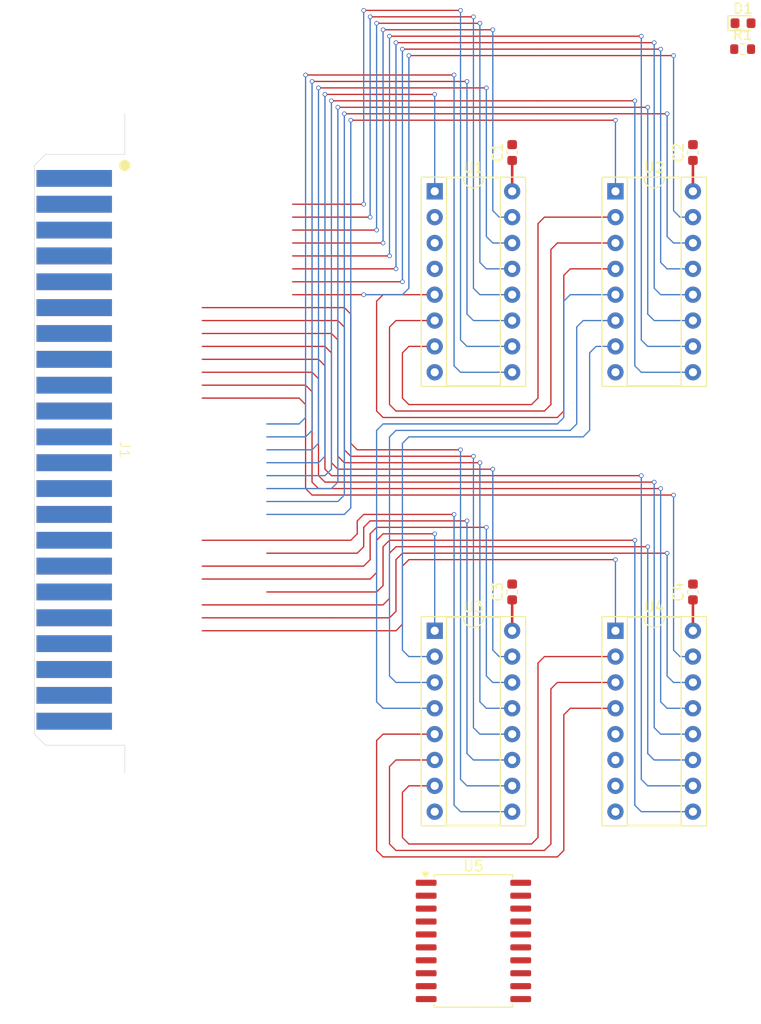
<source format=kicad_pcb>
(kicad_pcb (version 20240108) (generator "pcbnew") (generator_version "8.0")
  (layers (0 "F.Cu" signal) (31 "B.Cu" signal) (34 "B.Paste" user) (35 "F.Paste" user) (36 "B.SilkS" user "B.Silkscreen") (37 "F.SilkS" user "F.Silkscreen") (38 "B.Mask" user) (39 "F.Mask" user) (44 "Edge.Cuts" user))
  (net 0 "")
  (net 1 "Net-(D1-A)")
  (net 2 "/~{Enable}")
  (net 3 "/A7")
  (net 4 "/A10")
  (net 5 "/A12")
  (net 6 "/A9")
  (net 7 "/B2")
  (net 8 "/B4")
  (net 10 "/A6")
  (net 11 "/C0")
  (net 13 "/B12")
  (net 14 "/B11")
  (net 15 "/A3")
  (net 16 "/A4")
  (net 17 "/B6")
  (net 18 "/B15")
  (net 19 "/A2")
  (net 20 "/B0")
  (net 21 "/B14")
  (net 22 "/A8")
  (net 23 "/A1")
  (net 24 "/B3")
  (net 25 "/A0")
  (net 26 "GND")
  (net 27 "/B9")
  (net 28 "/A13")
  (net 30 "/B10")
  (net 31 "/B7")
  (net 34 "/A14")
  (net 36 "/B8")
  (net 37 "/C1")
  (net 38 "/C2")
  (net 39 "+5V")
  (net 40 "/B1")
  (net 41 "/A5")
  (net 42 "/A11")
  (net 43 "/A15")
  (net 44 "/B13")
  (net 45 "/Out_{A<B}")
  (net 46 "/Out_{A=B}")
  (net 47 "/Out_{A>B}")
  (net 48 "Net-(U2-Oa>b)")
  (net 49 "Net-(U2-Oa=b)")
  (net 50 "Net-(U2-Oa<b)")
  (net 51 "/B5")
  (net 52 "Net-(U3-Oa<b)")
  (net 53 "Net-(U3-Oa=b)")
  (net 54 "Net-(U3-Oa>b)")
  (net 55 "Net-(U1-Oa>b)")
  (net 56 "Net-(U1-Oa=b)")
  (net 57 "Net-(U1-Oa<b)")
  (footprint "Package_DIP:DIP-16_W7.62mm_Socket" (layer "F.Cu") (at 73.66 68.58)
    (property "Reference" "U1")
    (property "Value" "74HC85")
  )
  (footprint "Capacitor_SMD:C_0603_1608Metric" (layer "F.Cu") (at 99.06 64.77 90)
    (property "Reference" "C2")
    (property "Value" "C")
  )
  (footprint "Package_DIP:DIP-16_W7.62mm_Socket" (layer "F.Cu") (at 91.44 111.76)
    (property "Reference" "U4")
    (property "Value" "74HC85")
  )
  (footprint "Package_SO:SOIC-20W_7.5x12.8mm_P1.27mm" (layer "F.Cu") (at 77.47 142.24)
    (property "Reference" "U5")
    (property "Value" "74HC245")
  )
  (footprint "Package_DIP:DIP-16_W7.62mm_Socket" (layer "F.Cu") (at 73.66 111.76)
    (property "Reference" "U3")
    (property "Value" "74HC85")
  )
  (footprint "LED_SMD:LED_0603_1608Metric" (layer "F.Cu") (at 103.99 52.06)
    (property "Reference" "D1")
    (property "Value" "Blue")
  )
  (footprint "Package_DIP:DIP-16_W7.62mm_Socket" (layer "F.Cu") (at 91.44 68.58)
    (property "Reference" "U2")
    (property "Value" "74HC85")
  )
  (footprint "Capacitor_SMD:C_0603_1608Metric" (layer "F.Cu") (at 81.28 107.95 90)
    (property "Reference" "C3")
    (property "Value" "C")
  )
  (footprint "Resistor_SMD:R_0603_1608Metric" (layer "F.Cu") (at 103.95 54.61)
    (property "Reference" "R1")
    (property "Value" "4k7")
  )
  (footprint "Capacitor_SMD:C_0603_1608Metric" (layer "F.Cu") (at 81.28 64.77 90)
    (property "Reference" "C1")
    (property "Value" "C")
  )
  (footprint "BoardEdgeConnectors:TE-5530843-4-Edge" (layer "F.Cu") (at 38.1 93.98 -90)
    (property "Reference" "J1")
    (property "Value" "~")
    (fp_line (start -27.94 3.81) (end 27.94 3.81) (stroke (width 0.05)) (layer "Edge.Cuts"))
    (fp_line (start -27.94 3.81) (end -29.0322 2.7178) (stroke (width 0.05)) (layer "Edge.Cuts"))
    (fp_line (start 27.94 3.81) (end 29.0322 2.7178) (stroke (width 0.05)) (layer "Edge.Cuts"))
    (fp_line (start -29.0322 2.7178) (end -29.0322 -5.08) (stroke (width 0.05)) (layer "Edge.Cuts"))
    (fp_line (start -29.0322 -5.08) (end -33.02 -5.08) (stroke (width 0.05)) (layer "Edge.Cuts"))
    (fp_line (start 29.0322 -5.08) (end 29.0322 2.7178) (stroke (width 0.05)) (layer "Edge.Cuts"))
    (fp_line (start 31.75 -5.08) (end 29.0322 -5.08) (stroke (width 0.05)) (layer "Edge.Cuts"))
  )
  (footprint "Capacitor_SMD:C_0603_1608Metric" (layer "F.Cu") (at 99.06 107.95 90)
    (property "Reference" "C4")
    (property "Value" "C")
  )
  (segment (start 66.675 78.74) (end 59.69 78.74) (width 0.127) (layer "F.Cu") (net 3))
  (segment (start 83.82 55.245) (end 97.155 55.245) (width 0.127) (layer "F.Cu") (net 3))
  (segment (start 71.12 55.245) (end 83.82 55.245) (width 0.127) (layer "F.Cu") (net 3))
  (via (at 66.675 78.74) (size 0.45) (drill 0.3) (layers "F.Cu" "B.Cu") (net 3))
  (via (at 97.155 55.245) (size 0.45) (drill 0.3) (layers "F.Cu" "B.Cu") (net 3))
  (via (at 71.12 55.245) (size 0.45) (drill 0.3) (layers "F.Cu" "B.Cu") (net 3))
  (segment (start 97.155 55.245) (end 97.155 70.485) (width 0.127) (layer "B.Cu") (net 3))
  (segment (start 97.79 71.12) (end 99.06 71.12) (width 0.127) (layer "B.Cu") (net 3))
  (segment (start 70.485 78.74) (end 66.675 78.74) (width 0.127) (layer "B.Cu") (net 3))
  (segment (start 71.12 55.245) (end 71.12 78.105) (width 0.127) (layer "B.Cu") (net 3))
  (segment (start 71.12 78.105) (end 70.485 78.74) (width 0.127) (layer "B.Cu") (net 3))
  (segment (start 97.155 70.485) (end 97.79 71.12) (width 0.127) (layer "B.Cu") (net 3))
  (segment (start 63.5 82.55) (end 57.15 82.55) (width 0.127) (layer "F.Cu") (net 4))
  (segment (start 69.85 95.25) (end 64.77 95.25) (width 0.127) (layer "F.Cu") (net 4))
  (segment (start 64.135 83.185) (end 63.5 82.55) (width 0.127) (layer "F.Cu") (net 4))
  (segment (start 57.15 82.55) (end 50.8 82.55) (width 0.127) (layer "F.Cu") (net 4))
  (segment (start 64.77 95.25) (end 64.135 94.615) (width 0.127) (layer "F.Cu") (net 4))
  (segment (start 64.135 94.615) (end 64.135 83.185) (width 0.127) (layer "F.Cu") (net 4))
  (segment (start 69.85 95.25) (end 78.105 95.25) (width 0.127) (layer "F.Cu") (net 4))
  (via (at 78.105 95.25) (size 0.45) (drill 0.3) (layers "F.Cu" "B.Cu") (net 4))
  (segment (start 78.105 95.25) (end 78.105 99.06) (width 0.127) (layer "B.Cu") (net 4))
  (segment (start 81.28 119.38) (end 78.74 119.38) (width 0.127) (layer "B.Cu") (net 4))
  (segment (start 78.105 118.745) (end 78.105 99.06) (width 0.127) (layer "B.Cu") (net 4))
  (segment (start 78.74 119.38) (end 78.105 118.745) (width 0.127) (layer "B.Cu") (net 4))
  (segment (start 62.23 85.09) (end 50.8 85.09) (width 0.127) (layer "F.Cu") (net 5))
  (segment (start 69.85 96.52) (end 85.725 96.52) (width 0.127) (layer "F.Cu") (net 5))
  (segment (start 62.865 95.885) (end 62.865 85.725) (width 0.127) (layer "F.Cu") (net 5))
  (segment (start 62.865 85.725) (end 62.23 85.09) (width 0.127) (layer "F.Cu") (net 5))
  (segment (start 69.85 96.52) (end 63.5 96.52) (width 0.127) (layer "F.Cu") (net 5))
  (segment (start 85.725 96.52) (end 93.98 96.52) (width 0.127) (layer "F.Cu") (net 5))
  (segment (start 63.5 96.52) (end 62.865 95.885) (width 0.127) (layer "F.Cu") (net 5))
  (via (at 93.98 96.52) (size 0.45) (drill 0.3) (layers "F.Cu" "B.Cu") (net 5))
  (segment (start 94.615 127) (end 99.06 127) (width 0.127) (layer "B.Cu") (net 5))
  (segment (start 93.98 96.52) (end 93.98 126.365) (width 0.127) (layer "B.Cu") (net 5))
  (segment (start 93.98 126.365) (end 94.615 127) (width 0.127) (layer "B.Cu") (net 5))
  (segment (start 69.85 94.615) (end 65.405 94.615) (width 0.127) (layer "F.Cu") (net 6))
  (segment (start 65.405 94.615) (end 64.77 93.98) (width 0.127) (layer "F.Cu") (net 6))
  (segment (start 64.135 81.28) (end 59.69 81.28) (width 0.127) (layer "F.Cu") (net 6))
  (segment (start 59.69 81.28) (end 50.8 81.28) (width 0.127) (layer "F.Cu") (net 6))
  (segment (start 64.77 93.98) (end 64.77 81.915) (width 0.127) (layer "F.Cu") (net 6))
  (segment (start 69.85 94.615) (end 77.47 94.615) (width 0.127) (layer "F.Cu") (net 6))
  (segment (start 64.77 81.915) (end 64.135 81.28) (width 0.127) (layer "F.Cu") (net 6))
  (via (at 77.47 94.615) (size 0.45) (drill 0.3) (layers "F.Cu" "B.Cu") (net 6))
  (segment (start 77.47 94.615) (end 77.47 121.285) (width 0.127) (layer "B.Cu") (net 6))
  (segment (start 77.47 121.285) (end 78.105 121.92) (width 0.127) (layer "B.Cu") (net 6))
  (segment (start 78.105 121.92) (end 81.28 121.92) (width 0.127) (layer "B.Cu") (net 6))
  (segment (start 69.215 58.42) (end 62.23 58.42) (width 0.127) (layer "F.Cu") (net 7))
  (segment (start 69.215 58.42) (end 78.74 58.42) (width 0.127) (layer "F.Cu") (net 7))
  (via (at 78.74 58.42) (size 0.45) (drill 0.3) (layers "F.Cu" "B.Cu") (net 7))
  (via (at 62.23 58.42) (size 0.45) (drill 0.3) (layers "F.Cu" "B.Cu") (net 7))
  (segment (start 61.595 93.98) (end 57.15 93.98) (width 0.127) (layer "B.Cu") (net 7))
  (segment (start 79.375 73.66) (end 81.28 73.66) (width 0.127) (layer "B.Cu") (net 7))
  (segment (start 78.74 73.025) (end 79.375 73.66) (width 0.127) (layer "B.Cu") (net 7))
  (segment (start 62.23 93.345) (end 61.595 93.98) (width 0.127) (layer "B.Cu") (net 7))
  (segment (start 62.23 58.42) (end 62.23 93.345) (width 0.127) (layer "B.Cu") (net 7))
  (segment (start 78.74 58.42) (end 78.74 73.025) (width 0.127) (layer "B.Cu") (net 7))
  (segment (start 69.215 59.69) (end 83.82 59.69) (width 0.127) (layer "F.Cu") (net 8))
  (segment (start 69.215 59.69) (end 63.5 59.69) (width 0.127) (layer "F.Cu") (net 8))
  (segment (start 83.82 59.69) (end 93.345 59.69) (width 0.127) (layer "F.Cu") (net 8))
  (via (at 63.5 59.69) (size 0.45) (drill 0.3) (layers "F.Cu" "B.Cu") (net 8))
  (via (at 93.345 59.69) (size 0.45) (drill 0.3) (layers "F.Cu" "B.Cu") (net 8))
  (segment (start 63.5 94.615) (end 63.5 95.885) (width 0.127) (layer "B.Cu") (net 8))
  (segment (start 63.5 95.885) (end 62.865 96.52) (width 0.127) (layer "B.Cu") (net 8))
  (segment (start 63.5 69.85) (end 63.5 65.405) (width 0.127) (layer "B.Cu") (net 8))
  (segment (start 93.345 59.69) (end 93.345 85.725) (width 0.127) (layer "B.Cu") (net 8))
  (segment (start 63.5 59.69) (end 63.5 69.85) (width 0.127) (layer "B.Cu") (net 8))
  (segment (start 62.865 96.52) (end 57.15 96.52) (width 0.127) (layer "B.Cu") (net 8))
  (segment (start 93.98 86.36) (end 99.06 86.36) (width 0.127) (layer "B.Cu") (net 8))
  (segment (start 63.5 65.405) (end 63.5 94.615) (width 0.127) (layer "B.Cu") (net 8))
  (segment (start 93.345 85.725) (end 93.98 86.36) (width 0.127) (layer "B.Cu") (net 8))
  (segment (start 70.485 54.61) (end 83.82 54.61) (width 0.127) (layer "F.Cu") (net 10))
  (segment (start 83.82 54.61) (end 95.885 54.61) (width 0.127) (layer "F.Cu") (net 10))
  (segment (start 70.485 77.47) (end 59.69 77.47) (width 0.127) (layer "F.Cu") (net 10))
  (via (at 70.485 54.61) (size 0.45) (drill 0.3) (layers "F.Cu" "B.Cu") (net 10))
  (via (at 95.885 54.61) (size 0.45) (drill 0.3) (layers "F.Cu" "B.Cu") (net 10))
  (via (at 70.485 77.47) (size 0.45) (drill 0.3) (layers "F.Cu" "B.Cu") (net 10))
  (segment (start 70.485 54.61) (end 70.485 77.47) (width 0.127) (layer "B.Cu") (net 10))
  (segment (start 96.52 76.2) (end 99.06 76.2) (width 0.127) (layer "B.Cu") (net 10))
  (segment (start 95.885 54.61) (end 95.885 75.565) (width 0.127) (layer "B.Cu") (net 10))
  (segment (start 95.885 75.565) (end 96.52 76.2) (width 0.127) (layer "B.Cu") (net 10))
  (segment (start 85.725 102.87) (end 93.345 102.87) (width 0.127) (layer "F.Cu") (net 13))
  (segment (start 67.945 107.95) (end 57.15 107.95) (width 0.127) (layer "F.Cu") (net 13))
  (segment (start 69.215 102.87) (end 68.58 103.505) (width 0.127) (layer "F.Cu") (net 13))
  (segment (start 85.725 102.87) (end 69.215 102.87) (width 0.127) (layer "F.Cu") (net 13))
  (segment (start 68.58 103.505) (end 68.58 107.315) (width 0.127) (layer "F.Cu") (net 13))
  (segment (start 68.58 107.315) (end 67.945 107.95) (width 0.127) (layer "F.Cu") (net 13))
  (via (at 93.345 102.87) (size 0.45) (drill 0.3) (layers "F.Cu" "B.Cu") (net 13))
  (segment (start 93.98 129.54) (end 99.06 129.54) (width 0.127) (layer "B.Cu") (net 13))
  (segment (start 93.345 128.905) (end 93.98 129.54) (width 0.127) (layer "B.Cu") (net 13))
  (segment (start 93.345 102.87) (end 93.345 128.905) (width 0.127) (layer "B.Cu") (net 13))
  (segment (start 63.5 106.68) (end 50.8 106.68) (width 0.127) (layer "F.Cu") (net 14))
  (segment (start 68.58 102.235) (end 67.945 102.87) (width 0.127) (layer "F.Cu") (net 14))
  (segment (start 67.31 106.68) (end 63.5 106.68) (width 0.127) (layer "F.Cu") (net 14))
  (segment (start 73.66 102.235) (end 68.58 102.235) (width 0.127) (layer "F.Cu") (net 14))
  (segment (start 67.945 106.045) (end 67.31 106.68) (width 0.127) (layer "F.Cu") (net 14))
  (segment (start 67.945 102.87) (end 67.945 106.045) (width 0.127) (layer "F.Cu") (net 14))
  (via (at 73.66 102.235) (size 0.45) (drill 0.3) (layers "F.Cu" "B.Cu") (net 14))
  (segment (start 73.66 111.76) (end 73.66 102.235) (width 0.127) (layer "B.Cu") (net 14))
  (segment (start 69.215 52.705) (end 68.58 52.705) (width 0.127) (layer "F.Cu") (net 15))
  (segment (start 69.215 52.705) (end 79.375 52.705) (width 0.127) (layer "F.Cu") (net 15))
  (segment (start 68.58 73.66) (end 59.69 73.66) (width 0.127) (layer "F.Cu") (net 15))
  (via (at 68.58 52.705) (size 0.45) (drill 0.3) (layers "F.Cu" "B.Cu") (net 15))
  (via (at 79.375 52.705) (size 0.45) (drill 0.3) (layers "F.Cu" "B.Cu") (net 15))
  (via (at 68.58 73.66) (size 0.45) (drill 0.3) (layers "F.Cu" "B.Cu") (net 15))
  (segment (start 79.375 70.485) (end 80.01 71.12) (width 0.127) (layer "B.Cu") (net 15))
  (segment (start 80.01 71.12) (end 81.28 71.12) (width 0.127) (layer "B.Cu") (net 15))
  (segment (start 68.58 52.705) (end 68.58 73.66) (width 0.127) (layer "B.Cu") (net 15))
  (segment (start 79.375 52.705) (end 79.375 70.485) (width 0.127) (layer "B.Cu") (net 15))
  (segment (start 69.215 53.34) (end 83.82 53.34) (width 0.127) (layer "F.Cu") (net 16))
  (segment (start 83.82 53.34) (end 93.98 53.34) (width 0.127) (layer "F.Cu") (net 16))
  (segment (start 69.215 74.93) (end 59.69 74.93) (width 0.127) (layer "F.Cu") (net 16))
  (via (at 69.215 74.93) (size 0.45) (drill 0.3) (layers "F.Cu" "B.Cu") (net 16))
  (via (at 93.98 53.34) (size 0.45) (drill 0.3) (layers "F.Cu" "B.Cu") (net 16))
  (via (at 69.215 53.34) (size 0.45) (drill 0.3) (layers "F.Cu" "B.Cu") (net 16))
  (segment (start 69.215 53.34) (end 69.215 74.93) (width 0.127) (layer "B.Cu") (net 16))
  (segment (start 93.98 83.185) (end 94.615 83.82) (width 0.127) (layer "B.Cu") (net 16))
  (segment (start 94.615 83.82) (end 99.06 83.82) (width 0.127) (layer "B.Cu") (net 16))
  (segment (start 93.98 53.34) (end 93.98 83.185) (width 0.127) (layer "B.Cu") (net 16))
  (segment (start 83.82 60.96) (end 96.52 60.96) (width 0.127) (layer "F.Cu") (net 17))
  (segment (start 69.215 60.96) (end 64.77 60.96) (width 0.127) (layer "F.Cu") (net 17))
  (segment (start 69.215 60.96) (end 83.82 60.96) (width 0.127) (layer "F.Cu") (net 17))
  (via (at 64.77 60.96) (size 0.45) (drill 0.3) (layers "F.Cu" "B.Cu") (net 17))
  (via (at 96.52 60.96) (size 0.45) (drill 0.3) (layers "F.Cu" "B.Cu") (net 17))
  (segment (start 64.77 60.96) (end 64.77 64.77) (width 0.127) (layer "B.Cu") (net 17))
  (segment (start 96.52 60.96) (end 96.52 73.025) (width 0.127) (layer "B.Cu") (net 17))
  (segment (start 96.52 73.025) (end 97.155 73.66) (width 0.127) (layer "B.Cu") (net 17))
  (segment (start 64.77 64.77) (end 64.77 95.25) (width 0.127) (layer "B.Cu") (net 17))
  (segment (start 64.77 95.25) (end 64.77 98.425) (width 0.127) (layer "B.Cu") (net 17))
  (segment (start 64.77 98.425) (end 64.135 99.06) (width 0.127) (layer "B.Cu") (net 17))
  (segment (start 64.135 99.06) (end 57.15 99.06) (width 0.127) (layer "B.Cu") (net 17))
  (segment (start 97.155 73.66) (end 99.06 73.66) (width 0.127) (layer "B.Cu") (net 17))
  (segment (start 91.44 104.775) (end 71.12 104.775) (width 0.127) (layer "F.Cu") (net 18))
  (segment (start 70.485 105.41) (end 70.485 111.125) (width 0.127) (layer "F.Cu") (net 18))
  (segment (start 71.12 104.775) (end 70.485 105.41) (width 0.127) (layer "F.Cu") (net 18))
  (segment (start 69.85 111.76) (end 50.8 111.76) (width 0.127) (layer "F.Cu") (net 18))
  (segment (start 70.485 111.125) (end 69.85 111.76) (width 0.127) (layer "F.Cu") (net 18))
  (via (at 91.44 104.775) (size 0.45) (drill 0.3) (layers "F.Cu" "B.Cu") (net 18))
  (segment (start 91.44 111.76) (end 91.44 104.775) (width 0.127) (layer "B.Cu") (net 18))
  (segment (start 69.215 52.07) (end 67.945 52.07) (width 0.127) (layer "F.Cu") (net 19))
  (segment (start 69.215 52.07) (end 78.105 52.07) (width 0.127) (layer "F.Cu") (net 19))
  (segment (start 67.945 72.39) (end 59.69 72.39) (width 0.127) (layer "F.Cu") (net 19))
  (via (at 67.945 72.39) (size 0.45) (drill 0.3) (layers "F.Cu" "B.Cu") (net 19))
  (via (at 67.945 52.07) (size 0.45) (drill 0.3) (layers "F.Cu" "B.Cu") (net 19))
  (via (at 78.105 52.07) (size 0.45) (drill 0.3) (layers "F.Cu" "B.Cu") (net 19))
  (segment (start 78.105 75.565) (end 78.74 76.2) (width 0.127) (layer "B.Cu") (net 19))
  (segment (start 78.105 52.07) (end 78.105 75.565) (width 0.127) (layer "B.Cu") (net 19))
  (segment (start 78.74 76.2) (end 81.28 76.2) (width 0.127) (layer "B.Cu") (net 19))
  (segment (start 67.945 52.07) (end 67.945 72.39) (width 0.127) (layer "B.Cu") (net 19))
  (segment (start 69.215 57.15) (end 60.96 57.15) (width 0.127) (layer "F.Cu") (net 20))
  (segment (start 69.215 57.15) (end 75.565 57.15) (width 0.127) (layer "F.Cu") (net 20))
  (via (at 75.565 57.15) (size 0.45) (drill 0.3) (layers "F.Cu" "B.Cu") (net 20))
  (via (at 60.96 57.15) (size 0.45) (drill 0.3) (layers "F.Cu" "B.Cu") (net 20))
  (segment (start 75.565 85.725) (end 76.2 86.36) (width 0.127) (layer "B.Cu") (net 20))
  (segment (start 60.96 90.805) (end 60.325 91.44) (width 0.127) (layer "B.Cu") (net 20))
  (segment (start 60.96 57.15) (end 60.96 90.805) (width 0.127) (layer "B.Cu") (net 20))
  (segment (start 75.565 57.15) (end 75.565 85.725) (width 0.127) (layer "B.Cu") (net 20))
  (segment (start 76.2 86.36) (end 81.28 86.36) (width 0.127) (layer "B.Cu") (net 20))
  (segment (start 60.325 91.44) (end 57.15 91.44) (width 0.127) (layer "B.Cu") (net 20))
  (segment (start 70.485 104.14) (end 69.85 104.775) (width 0.127) (layer "F.Cu") (net 21))
  (segment (start 63.5 110.49) (end 50.8 110.49) (width 0.127) (layer "F.Cu") (net 21))
  (segment (start 69.85 104.775) (end 69.85 109.855) (width 0.127) (layer "F.Cu") (net 21))
  (segment (start 69.85 109.855) (end 69.215 110.49) (width 0.127) (layer "F.Cu") (net 21))
  (segment (start 96.52 104.14) (end 83.185 104.14) (width 0.127) (layer "F.Cu") (net 21))
  (segment (start 69.215 110.49) (end 63.5 110.49) (width 0.127) (layer "F.Cu") (net 21))
  (segment (start 83.185 104.14) (end 70.485 104.14) (width 0.127) (layer "F.Cu") (net 21))
  (via (at 96.52 104.14) (size 0.45) (drill 0.3) (layers "F.Cu" "B.Cu") (net 21))
  (segment (start 97.155 116.84) (end 99.06 116.84) (width 0.127) (layer "B.Cu") (net 21))
  (segment (start 96.52 104.14) (end 96.52 116.205) (width 0.127) (layer "B.Cu") (net 21))
  (segment (start 96.52 116.205) (end 97.155 116.84) (width 0.127) (layer "B.Cu") (net 21))
  (segment (start 69.85 93.98) (end 76.2 93.98) (width 0.127) (layer "F.Cu") (net 22))
  (segment (start 66.04 93.98) (end 65.405 93.345) (width 0.127) (layer "F.Cu") (net 22))
  (segment (start 64.77 80.01) (end 57.15 80.01) (width 0.127) (layer "F.Cu") (net 22))
  (segment (start 65.405 93.345) (end 65.405 80.645) (width 0.127) (layer "F.Cu") (net 22))
  (segment (start 57.15 80.01) (end 50.8 80.01) (width 0.127) (layer "F.Cu") (net 22))
  (segment (start 69.85 93.98) (end 66.04 93.98) (width 0.127) (layer "F.Cu") (net 22))
  (segment (start 65.405 80.645) (end 64.77 80.01) (width 0.127) (layer "F.Cu") (net 22))
  (via (at 76.2 93.98) (size 0.45) (drill 0.3) (layers "F.Cu" "B.Cu") (net 22))
  (segment (start 76.2 126.365) (end 76.835 127) (width 0.127) (layer "B.Cu") (net 22))
  (segment (start 76.2 93.98) (end 76.2 126.365) (width 0.127) (layer "B.Cu") (net 22))
  (segment (start 76.835 127) (end 81.28 127) (width 0.127) (layer "B.Cu") (net 22))
  (segment (start 69.215 51.435) (end 77.47 51.435) (width 0.127) (layer "F.Cu") (net 23))
  (segment (start 69.215 51.435) (end 67.31 51.435) (width 0.127) (layer "F.Cu") (net 23))
  (segment (start 67.31 71.12) (end 59.69 71.12) (width 0.127) (layer "F.Cu") (net 23))
  (via (at 67.31 51.435) (size 0.45) (drill 0.3) (layers "F.Cu" "B.Cu") (net 23))
  (via (at 67.31 71.12) (size 0.45) (drill 0.3) (layers "F.Cu" "B.Cu") (net 23))
  (via (at 77.47 51.435) (size 0.45) (drill 0.3) (layers "F.Cu" "B.Cu") (net 23))
  (segment (start 77.47 51.435) (end 77.47 78.105) (width 0.127) (layer "B.Cu") (net 23))
  (segment (start 78.105 78.74) (end 81.28 78.74) (width 0.127) (layer "B.Cu") (net 23))
  (segment (start 77.47 78.105) (end 78.105 78.74) (width 0.127) (layer "B.Cu") (net 23))
  (segment (start 67.31 51.435) (end 67.31 71.12) (width 0.127) (layer "B.Cu") (net 23))
  (segment (start 69.215 59.055) (end 62.865 59.055) (width 0.127) (layer "F.Cu") (net 24))
  (segment (start 69.215 59.055) (end 73.66 59.055) (width 0.127) (layer "F.Cu") (net 24))
  (via (at 62.865 59.055) (size 0.45) (drill 0.3) (layers "F.Cu" "B.Cu") (net 24))
  (via (at 73.66 59.055) (size 0.45) (drill 0.3) (layers "F.Cu" "B.Cu") (net 24))
  (segment (start 62.865 92.075) (end 62.865 94.615) (width 0.127) (layer "B.Cu") (net 24))
  (segment (start 62.865 94.615) (end 62.23 95.25) (width 0.127) (layer "B.Cu") (net 24))
  (segment (start 73.66 68.58) (end 73.66 62.23) (width 0.127) (layer "B.Cu") (net 24))
  (segment (start 62.23 95.25) (end 57.15 95.25) (width 0.127) (layer "B.Cu") (net 24))
  (segment (start 73.66 62.23) (end 73.66 59.055) (width 0.127) (layer "B.Cu") (net 24))
  (segment (start 62.865 69.215) (end 62.865 92.075) (width 0.127) (layer "B.Cu") (net 24))
  (segment (start 62.865 59.055) (end 62.865 69.215) (width 0.127) (layer "B.Cu") (net 24))
  (segment (start 69.215 50.8) (end 66.675 50.8) (width 0.127) (layer "F.Cu") (net 25))
  (segment (start 69.215 50.8) (end 76.2 50.8) (width 0.127) (layer "F.Cu") (net 25))
  (segment (start 66.675 69.85) (end 59.69 69.85) (width 0.127) (layer "F.Cu") (net 25))
  (via (at 66.675 69.85) (size 0.45) (drill 0.3) (layers "F.Cu" "B.Cu") (net 25))
  (via (at 66.675 50.8) (size 0.45) (drill 0.3) (layers "F.Cu" "B.Cu") (net 25))
  (via (at 76.2 50.8) (size 0.45) (drill 0.3) (layers "F.Cu" "B.Cu") (net 25))
  (segment (start 76.2 83.185) (end 76.835 83.82) (width 0.127) (layer "B.Cu") (net 25))
  (segment (start 66.675 50.8) (end 66.675 69.85) (width 0.127) (layer "B.Cu") (net 25))
  (segment (start 76.2 50.8) (end 76.2 83.185) (width 0.127) (layer "B.Cu") (net 25))
  (segment (start 76.835 83.82) (end 81.28 83.82) (width 0.127) (layer "B.Cu") (net 25))
  (segment (start 67.31 100.965) (end 66.675 101.6) (width 0.127) (layer "F.Cu") (net 27))
  (segment (start 66.675 103.505) (end 66.04 104.14) (width 0.127) (layer "F.Cu") (net 27))
  (segment (start 66.04 104.14) (end 57.15 104.14) (width 0.127) (layer "F.Cu") (net 27))
  (segment (start 66.675 101.6) (end 66.675 103.505) (width 0.127) (layer "F.Cu") (net 27))
  (segment (start 76.835 100.965) (end 67.31 100.965) (width 0.127) (layer "F.Cu") (net 27))
  (via (at 76.835 100.965) (size 0.45) (drill 0.3) (layers "F.Cu" "B.Cu") (net 27))
  (segment (start 76.835 100.965) (end 76.835 123.825) (width 0.127) (layer "B.Cu") (net 27))
  (segment (start 77.47 124.46) (end 81.28 124.46) (width 0.127) (layer "B.Cu") (net 27))
  (segment (start 76.835 123.825) (end 77.47 124.46) (width 0.127) (layer "B.Cu") (net 27))
  (segment (start 57.15 86.36) (end 50.8 86.36) (width 0.127) (layer "F.Cu") (net 28))
  (segment (start 85.725 97.155) (end 95.25 97.155) (width 0.127) (layer "F.Cu") (net 28))
  (segment (start 62.865 97.155) (end 62.23 96.52) (width 0.127) (layer "F.Cu") (net 28))
  (segment (start 62.23 86.995) (end 61.595 86.36) (width 0.127) (layer "F.Cu") (net 28))
  (segment (start 61.595 86.36) (end 57.15 86.36) (width 0.127) (layer "F.Cu") (net 28))
  (segment (start 62.23 96.52) (end 62.23 86.995) (width 0.127) (layer "F.Cu") (net 28))
  (segment (start 69.85 97.155) (end 85.725 97.155) (width 0.127) (layer "F.Cu") (net 28))
  (segment (start 69.85 97.155) (end 62.865 97.155) (width 0.127) (layer "F.Cu") (net 28))
  (via (at 95.25 97.155) (size 0.45) (drill 0.3) (layers "F.Cu" "B.Cu") (net 28))
  (segment (start 95.25 121.285) (end 95.885 121.92) (width 0.127) (layer "B.Cu") (net 28))
  (segment (start 95.25 97.155) (end 95.25 121.285) (width 0.127) (layer "B.Cu") (net 28))
  (segment (start 95.885 121.92) (end 99.06 121.92) (width 0.127) (layer "B.Cu") (net 28))
  (segment (start 63.5 105.41) (end 50.8 105.41) (width 0.127) (layer "F.Cu") (net 30))
  (segment (start 67.31 104.775) (end 66.675 105.41) (width 0.127) (layer "F.Cu") (net 30))
  (segment (start 67.31 102.235) (end 67.31 104.775) (width 0.127) (layer "F.Cu") (net 30))
  (segment (start 67.945 101.6) (end 67.31 102.235) (width 0.127) (layer "F.Cu") (net 30))
  (segment (start 78.74 101.6) (end 67.945 101.6) (width 0.127) (layer "F.Cu") (net 30))
  (segment (start 66.675 105.41) (end 63.5 105.41) (width 0.127) (layer "F.Cu") (net 30))
  (via (at 78.74 101.6) (size 0.45) (drill 0.3) (layers "F.Cu" "B.Cu") (net 30))
  (segment (start 79.375 116.84) (end 78.74 116.205) (width 0.127) (layer "B.Cu") (net 30))
  (segment (start 81.28 116.84) (end 79.375 116.84) (width 0.127) (layer "B.Cu") (net 30))
  (segment (start 78.74 116.205) (end 78.74 101.6) (width 0.127) (layer "B.Cu") (net 30))
  (segment (start 69.215 61.595) (end 65.405 61.595) (width 0.127) (layer "F.Cu") (net 31))
  (segment (start 83.82 61.595) (end 91.44 61.595) (width 0.127) (layer "F.Cu") (net 31))
  (segment (start 69.215 61.595) (end 83.82 61.595) (width 0.127) (layer "F.Cu") (net 31))
  (via (at 91.44 61.595) (size 0.45) (drill 0.3) (layers "F.Cu" "B.Cu") (net 31))
  (via (at 65.405 61.595) (size 0.45) (drill 0.3) (layers "F.Cu" "B.Cu") (net 31))
  (segment (start 65.405 99.695) (end 64.77 100.33) (width 0.127) (layer "B.Cu") (net 31))
  (segment (start 91.44 61.595) (end 91.44 62.865) (width 0.127) (layer "B.Cu") (net 31))
  (segment (start 64.77 100.33) (end 57.15 100.33) (width 0.127) (layer "B.Cu") (net 31))
  (segment (start 65.405 61.595) (end 65.405 99.695) (width 0.127) (layer "B.Cu") (net 31))
  (segment (start 91.44 68.58) (end 91.44 62.865) (width 0.127) (layer "B.Cu") (net 31))
  (segment (start 85.725 97.79) (end 95.885 97.79) (width 0.127) (layer "F.Cu") (net 34))
  (segment (start 61.595 97.155) (end 61.595 88.265) (width 0.127) (layer "F.Cu") (net 34))
  (segment (start 60.96 87.63) (end 50.8 87.63) (width 0.127) (layer "F.Cu") (net 34))
  (segment (start 69.85 97.79) (end 62.23 97.79) (width 0.127) (layer "F.Cu") (net 34))
  (segment (start 69.85 97.79) (end 85.725 97.79) (width 0.127) (layer "F.Cu") (net 34))
  (segment (start 61.595 88.265) (end 60.96 87.63) (width 0.127) (layer "F.Cu") (net 34))
  (segment (start 62.23 97.79) (end 61.595 97.155) (width 0.127) (layer "F.Cu") (net 34))
  (via (at 95.885 97.79) (size 0.45) (drill 0.3) (layers "F.Cu" "B.Cu") (net 34))
  (segment (start 96.52 119.38) (end 95.885 118.745) (width 0.127) (layer "B.Cu") (net 34))
  (segment (start 95.885 118.745) (end 95.885 99.695) (width 0.127) (layer "B.Cu") (net 34))
  (segment (start 99.06 119.38) (end 96.52 119.38) (width 0.127) (layer "B.Cu") (net 34))
  (segment (start 95.885 97.79) (end 95.885 99.695) (width 0.127) (layer "B.Cu") (net 34))
  (segment (start 65.405 102.87) (end 50.8 102.87) (width 0.127) (layer "F.Cu") (net 36))
  (segment (start 66.04 102.235) (end 65.405 102.87) (width 0.127) (layer "F.Cu") (net 36))
  (segment (start 66.04 100.965) (end 66.04 102.235) (width 0.127) (layer "F.Cu") (net 36))
  (segment (start 66.675 100.33) (end 66.04 100.965) (width 0.127) (layer "F.Cu") (net 36))
  (segment (start 75.565 100.33) (end 66.675 100.33) (width 0.127) (layer "F.Cu") (net 36))
  (via (at 75.565 100.33) (size 0.45) (drill 0.3) (layers "F.Cu" "B.Cu") (net 36))
  (segment (start 76.2 129.54) (end 81.28 129.54) (width 0.127) (layer "B.Cu") (net 36))
  (segment (start 75.565 100.33) (end 75.565 128.905) (width 0.127) (layer "B.Cu") (net 36))
  (segment (start 75.565 128.905) (end 76.2 129.54) (width 0.127) (layer "B.Cu") (net 36))
  (segment (start 81.28 68.58) (end 81.28 65.545) (width 0.254) (layer "F.Cu") (net 39))
  (segment (start 99.06 111.76) (end 99.06 108.725) (width 0.254) (layer "F.Cu") (net 39))
  (segment (start 99.06 68.58) (end 99.06 65.545) (width 0.254) (layer "F.Cu") (net 39))
  (segment (start 81.28 111.76) (end 81.28 108.725) (width 0.254) (layer "F.Cu") (net 39))
  (segment (start 69.215 57.785) (end 61.595 57.785) (width 0.127) (layer "F.Cu") (net 40))
  (segment (start 69.215 57.785) (end 76.835 57.785) (width 0.127) (layer "F.Cu") (net 40))
  (via (at 76.835 57.785) (size 0.45) (drill 0.3) (layers "F.Cu" "B.Cu") (net 40))
  (via (at 61.595 57.785) (size 0.45) (drill 0.3) (layers "F.Cu" "B.Cu") (net 40))
  (segment (start 76.835 57.785) (end 76.835 80.645) (width 0.127) (layer "B.Cu") (net 40))
  (segment (start 61.595 57.785) (end 61.595 70.485) (width 0.127) (layer "B.Cu") (net 40))
  (segment (start 60.96 92.71) (end 57.15 92.71) (width 0.127) (layer "B.Cu") (net 40))
  (segment (start 61.595 92.075) (end 60.96 92.71) (width 0.127) (layer "B.Cu") (net 40))
  (segment (start 61.595 70.485) (end 61.595 90.805) (width 0.127) (layer "B.Cu") (net 40))
  (segment (start 61.595 90.805) (end 61.595 92.075) (width 0.127) (layer "B.Cu") (net 40))
  (segment (start 76.835 80.645) (end 77.47 81.28) (width 0.127) (layer "B.Cu") (net 40))
  (segment (start 77.47 81.28) (end 81.28 81.28) (width 0.127) (layer "B.Cu") (net 40))
  (segment (start 83.82 53.975) (end 95.25 53.975) (width 0.127) (layer "F.Cu") (net 41))
  (segment (start 69.85 76.2) (end 59.69 76.2) (width 0.127) (layer "F.Cu") (net 41))
  (segment (start 69.85 53.975) (end 83.82 53.975) (width 0.127) (layer "F.Cu") (net 41))
  (via (at 69.85 76.2) (size 0.45) (drill 0.3) (layers "F.Cu" "B.Cu") (net 41))
  (via (at 69.85 53.975) (size 0.45) (drill 0.3) (layers "F.Cu" "B.Cu") (net 41))
  (via (at 95.25 53.975) (size 0.45) (drill 0.3) (layers "F.Cu" "B.Cu") (net 41))
  (segment (start 95.25 53.975) (end 95.25 78.105) (width 0.127) (layer "B.Cu") (net 41))
  (segment (start 69.85 53.975) (end 69.85 76.2) (width 0.127) (layer "B.Cu") (net 41))
  (segment (start 95.25 78.105) (end 95.885 78.74) (width 0.127) (layer "B.Cu") (net 41))
  (segment (start 95.885 78.74) (end 99.06 78.74) (width 0.127) (layer "B.Cu") (net 41))
  (segment (start 63.5 84.455) (end 62.865 83.82) (width 0.127) (layer "F.Cu") (net 42))
  (segment (start 69.85 95.885) (end 64.135 95.885) (width 0.127) (layer "F.Cu") (net 42))
  (segment (start 63.5 95.25) (end 63.5 84.455) (width 0.127) (layer "F.Cu") (net 42))
  (segment (start 62.865 83.82) (end 57.15 83.82) (width 0.127) (layer "F.Cu") (net 42))
  (segment (start 64.135 95.885) (end 63.5 95.25) (width 0.127) (layer "F.Cu") (net 42))
  (segment (start 69.85 95.885) (end 79.375 95.885) (width 0.127) (layer "F.Cu") (net 42))
  (segment (start 57.15 83.82) (end 50.8 83.82) (width 0.127) (layer "F.Cu") (net 42))
  (via (at 79.375 95.885) (size 0.45) (drill 0.3) (layers "F.Cu" "B.Cu") (net 42))
  (segment (start 79.375 113.665) (end 79.375 95.885) (width 0.127) (layer "B.Cu") (net 42))
  (segment (start 80.01 114.3) (end 79.375 113.665) (width 0.127) (layer "B.Cu") (net 42))
  (segment (start 81.28 114.3) (end 80.01 114.3) (width 0.127) (layer "B.Cu") (net 42))
  (segment (start 60.96 89.535) (end 60.325 88.9) (width 0.127) (layer "F.Cu") (net 43))
  (segment (start 69.85 98.425) (end 61.595 98.425) (width 0.127) (layer "F.Cu") (net 43))
  (segment (start 69.85 98.425) (end 85.725 98.425) (width 0.127) (layer "F.Cu") (net 43))
  (segment (start 85.725 98.425) (end 97.155 98.425) (width 0.127) (layer "F.Cu") (net 43))
  (segment (start 57.15 88.9) (end 50.8 88.9) (width 0.127) (layer "F.Cu") (net 43))
  (segment (start 60.325 88.9) (end 57.15 88.9) (width 0.127) (layer "F.Cu") (net 43))
  (segment (start 60.96 97.79) (end 60.96 89.535) (width 0.127) (layer "F.Cu") (net 43))
  (segment (start 61.595 98.425) (end 60.96 97.79) (width 0.127) (layer "F.Cu") (net 43))
  (via (at 97.155 98.425) (size 0.45) (drill 0.3) (layers "F.Cu" "B.Cu") (net 43))
  (segment (start 97.155 113.665) (end 97.79 114.3) (width 0.127) (layer "B.Cu") (net 43))
  (segment (start 97.79 114.3) (end 99.06 114.3) (width 0.127) (layer "B.Cu") (net 43))
  (segment (start 97.155 98.425) (end 97.155 113.665) (width 0.127) (layer "B.Cu") (net 43))
  (segment (start 85.725 103.505) (end 69.85 103.505) (width 0.127) (layer "F.Cu") (net 44))
  (segment (start 69.215 104.14) (end 69.215 108.585) (width 0.127) (layer "F.Cu") (net 44))
  (segment (start 85.725 103.505) (end 94.615 103.505) (width 0.127) (layer "F.Cu") (net 44))
  (segment (start 57.15 109.22) (end 50.8 109.22) (width 0.127) (layer "F.Cu") (net 44))
  (segment (start 68.58 109.22) (end 57.15 109.22) (width 0.127) (layer "F.Cu") (net 44))
  (segment (start 69.85 103.505) (end 69.215 104.14) (width 0.127) (layer "F.Cu") (net 44))
  (segment (start 69.215 108.585) (end 68.58 109.22) (width 0.127) (layer "F.Cu") (net 44))
  (via (at 94.615 103.505) (size 0.45) (drill 0.3) (layers "F.Cu" "B.Cu") (net 44))
  (segment (start 95.25 124.46) (end 99.06 124.46) (width 0.127) (layer "B.Cu") (net 44))
  (segment (start 94.615 103.505) (end 94.615 123.825) (width 0.127) (layer "B.Cu") (net 44))
  (segment (start 94.615 123.825) (end 95.25 124.46) (width 0.127) (layer "B.Cu") (net 44))
  (segment (start 68.58 91.44) (end 67.945 92.075) (width 0.127) (layer "B.Cu") (net 48))
  (segment (start 67.945 118.745) (end 68.58 119.38) (width 0.127) (layer "B.Cu") (net 48))
  (segment (start 85.725 91.44) (end 68.58 91.44) (width 0.127) (layer "B.Cu") (net 48))
  (segment (start 86.36 79.375) (end 86.36 90.805) (width 0.127) (layer "B.Cu") (net 48))
  (segment (start 68.58 119.38) (end 73.66 119.38) (width 0.127) (layer "B.Cu") (net 48))
  (segment (start 86.36 90.805) (end 85.725 91.44) (width 0.127) (layer "B.Cu") (net 48))
  (segment (start 67.945 92.075) (end 67.945 118.745) (width 0.127) (layer "B.Cu") (net 48))
  (segment (start 91.44 78.74) (end 86.995 78.74) (width 0.127) (layer "B.Cu") (net 48))
  (segment (start 86.995 78.74) (end 86.36 79.375) (width 0.127) (layer "B.Cu") (net 48))
  (segment (start 69.215 92.71) (end 69.85 92.075) (width 0.127) (layer "B.Cu") (net 49))
  (segment (start 69.215 116.205) (end 69.215 92.71) (width 0.127) (layer "B.Cu") (net 49))
  (segment (start 88.265 81.28) (end 91.44 81.28) (width 0.127) (layer "B.Cu") (net 49))
  (segment (start 69.85 116.84) (end 69.215 116.205) (width 0.127) (layer "B.Cu") (net 49))
  (segment (start 69.85 92.075) (end 86.995 92.075) (width 0.127) (layer "B.Cu") (net 49))
  (segment (start 73.66 116.84) (end 69.85 116.84) (width 0.127) (layer "B.Cu") (net 49))
  (segment (start 87.63 91.44) (end 87.63 81.915) (width 0.127) (layer "B.Cu") (net 49))
  (segment (start 87.63 81.915) (end 88.265 81.28) (width 0.127) (layer "B.Cu") (net 49))
  (segment (start 86.995 92.075) (end 87.63 91.44) (width 0.127) (layer "B.Cu") (net 49))
  (segment (start 71.12 114.3) (end 70.485 113.665) (width 0.127) (layer "B.Cu") (net 50))
  (segment (start 88.9 92.075) (end 88.9 84.455) (width 0.127) (layer "B.Cu") (net 50))
  (segment (start 71.12 92.71) (end 88.265 92.71) (width 0.127) (layer "B.Cu") (net 50))
  (segment (start 70.485 93.345) (end 71.12 92.71) (width 0.127) (layer "B.Cu") (net 50))
  (segment (start 88.265 92.71) (end 88.9 92.075) (width 0.127) (layer "B.Cu") (net 50))
  (segment (start 88.9 84.455) (end 89.535 83.82) (width 0.127) (layer "B.Cu") (net 50))
  (segment (start 73.66 114.3) (end 71.12 114.3) (width 0.127) (layer "B.Cu") (net 50))
  (segment (start 89.535 83.82) (end 91.44 83.82) (width 0.127) (layer "B.Cu") (net 50))
  (segment (start 70.485 113.665) (end 70.485 93.345) (width 0.127) (layer "B.Cu") (net 50))
  (segment (start 69.215 60.325) (end 83.82 60.325) (width 0.127) (layer "F.Cu") (net 51))
  (segment (start 83.82 60.325) (end 94.615 60.325) (width 0.127) (layer "F.Cu") (net 51))
  (segment (start 69.215 60.325) (end 64.135 60.325) (width 0.127) (layer "F.Cu") (net 51))
  (via (at 94.615 60.325) (size 0.45) (drill 0.3) (layers "F.Cu" "B.Cu") (net 51))
  (via (at 64.135 60.325) (size 0.45) (drill 0.3) (layers "F.Cu" "B.Cu") (net 51))
  (segment (start 94.615 60.325) (end 94.615 80.645) (width 0.127) (layer "B.Cu") (net 51))
  (segment (start 63.5 97.79) (end 57.15 97.79) (width 0.127) (layer "B.Cu") (net 51))
  (segment (start 94.615 80.645) (end 95.25 81.28) (width 0.127) (layer "B.Cu") (net 51))
  (segment (start 64.135 97.155) (end 63.5 97.79) (width 0.127) (layer "B.Cu") (net 51))
  (segment (start 95.25 81.28) (end 99.06 81.28) (width 0.127) (layer "B.Cu") (net 51))
  (segment (start 64.135 60.325) (end 64.135 90.17) (width 0.127) (layer "B.Cu") (net 51))
  (segment (start 64.135 90.17) (end 64.135 93.98) (width 0.127) (layer "B.Cu") (net 51))
  (segment (start 64.135 93.98) (end 64.135 97.155) (width 0.127) (layer "B.Cu") (net 51))
  (segment (start 83.185 132.715) (end 71.12 132.715) (width 0.127) (layer "F.Cu") (net 52))
  (segment (start 71.12 132.715) (end 70.485 132.08) (width 0.127) (layer "F.Cu") (net 52))
  (segment (start 83.82 132.08) (end 83.185 132.715) (width 0.127) (layer "F.Cu") (net 52))
  (segment (start 70.485 127.635) (end 71.12 127) (width 0.127) (layer "F.Cu") (net 52))
  (segment (start 71.12 127) (end 73.66 127) (width 0.127) (layer "F.Cu") (net 52))
  (segment (start 83.82 114.935) (end 83.82 132.08) (width 0.127) (layer "F.Cu") (net 52))
  (segment (start 70.485 132.08) (end 70.485 127.635) (width 0.127) (layer "F.Cu") (net 52))
  (segment (start 91.44 114.3) (end 84.455 114.3) (width 0.127) (layer "F.Cu") (net 52))
  (segment (start 84.455 114.3) (end 83.82 114.935) (width 0.127) (layer "F.Cu") (net 52))
  (segment (start 85.09 132.715) (end 84.455 133.35) (width 0.127) (layer "F.Cu") (net 53))
  (segment (start 69.85 124.46) (end 73.66 124.46) (width 0.127) (layer "F.Cu") (net 53))
  (segment (start 84.455 133.35) (end 69.85 133.35) (width 0.127) (layer "F.Cu") (net 53))
  (segment (start 69.85 133.35) (end 69.215 132.715) (width 0.127) (layer "F.Cu") (net 53))
  (segment (start 69.215 125.095) (end 69.85 124.46) (width 0.127) (layer "F.Cu") (net 53))
  (segment (start 85.09 117.475) (end 85.09 132.715) (width 0.127) (layer "F.Cu") (net 53))
  (segment (start 91.44 116.84) (end 85.725 116.84) (width 0.127) (layer "F.Cu") (net 53))
  (segment (start 85.725 116.84) (end 85.09 117.475) (width 0.127) (layer "F.Cu") (net 53))
  (segment (start 69.215 132.715) (end 69.215 125.095) (width 0.127) (layer "F.Cu") (net 53))
  (segment (start 86.995 119.38) (end 86.36 120.015) (width 0.127) (layer "F.Cu") (net 54))
  (segment (start 67.945 122.555) (end 68.58 121.92) (width 0.127) (layer "F.Cu") (net 54))
  (segment (start 91.44 119.38) (end 86.995 119.38) (width 0.127) (layer "F.Cu") (net 54))
  (segment (start 86.36 120.015) (end 86.36 133.35) (width 0.127) (layer "F.Cu") (net 54))
  (segment (start 85.725 133.985) (end 68.58 133.985) (width 0.127) (layer "F.Cu") (net 54))
  (segment (start 68.58 121.92) (end 73.66 121.92) (width 0.127) (layer "F.Cu") (net 54))
  (segment (start 67.945 133.35) (end 67.945 122.555) (width 0.127) (layer "F.Cu") (net 54))
  (segment (start 68.58 133.985) (end 67.945 133.35) (width 0.127) (layer "F.Cu") (net 54))
  (segment (start 86.36 133.35) (end 85.725 133.985) (width 0.127) (layer "F.Cu") (net 54))
  (segment (start 85.725 90.805) (end 86.36 90.17) (width 0.127) (layer "F.Cu") (net 55))
  (segment (start 68.58 78.74) (end 73.66 78.74) (width 0.127) (layer "F.Cu") (net 55))
  (segment (start 86.995 76.2) (end 91.44 76.2) (width 0.127) (layer "F.Cu") (net 55))
  (segment (start 67.945 79.375) (end 68.58 78.74) (width 0.127) (layer "F.Cu") (net 55))
  (segment (start 86.36 90.17) (end 86.36 76.835) (width 0.127) (layer "F.Cu") (net 55))
  (segment (start 67.945 90.17) (end 67.945 79.375) (width 0.127) (layer "F.Cu") (net 55))
  (segment (start 68.58 90.805) (end 85.725 90.805) (width 0.127) (layer "F.Cu") (net 55))
  (segment (start 86.36 76.835) (end 86.995 76.2) (width 0.127) (layer "F.Cu") (net 55))
  (segment (start 68.58 90.805) (end 67.945 90.17) (width 0.127) (layer "F.Cu") (net 55))
  (segment (start 69.215 81.915) (end 69.85 81.28) (width 0.127) (layer "F.Cu") (net 56))
  (segment (start 69.215 89.535) (end 69.215 81.915) (width 0.127) (layer "F.Cu") (net 56))
  (segment (start 85.09 74.295) (end 85.09 89.535) (width 0.127) (layer "F.Cu") (net 56))
  (segment (start 69.85 90.17) (end 69.215 89.535) (width 0.127) (layer "F.Cu") (net 56))
  (segment (start 85.09 89.535) (end 84.455 90.17) (width 0.127) (layer "F.Cu") (net 56))
  (segment (start 85.725 73.66) (end 85.09 74.295) (width 0.127) (layer "F.Cu") (net 56))
  (segment (start 91.44 73.66) (end 85.725 73.66) (width 0.127) (layer "F.Cu") (net 56))
  (segment (start 69.85 81.28) (end 73.66 81.28) (width 0.127) (layer "F.Cu") (net 56))
  (segment (start 84.455 90.17) (end 69.85 90.17) (width 0.127) (layer "F.Cu") (net 56))
  (segment (start 70.485 88.9) (end 70.485 84.455) (width 0.127) (layer "F.Cu") (net 57))
  (segment (start 70.485 84.455) (end 71.12 83.82) (width 0.127) (layer "F.Cu") (net 57))
  (segment (start 83.185 89.535) (end 71.12 89.535) (width 0.127) (layer "F.Cu") (net 57))
  (segment (start 83.82 88.9) (end 83.185 89.535) (width 0.127) (layer "F.Cu") (net 57))
  (segment (start 71.12 83.82) (end 73.66 83.82) (width 0.127) (layer "F.Cu") (net 57))
  (segment (start 83.82 71.755) (end 83.82 88.9) (width 0.127) (layer "F.Cu") (net 57))
  (segment (start 71.12 89.535) (end 70.485 88.9) (width 0.127) (layer "F.Cu") (net 57))
  (segment (start 84.455 71.12) (end 83.82 71.755) (width 0.127) (layer "F.Cu") (net 57))
  (segment (start 91.44 71.12) (end 84.455 71.12) (width 0.127) (layer "F.Cu") (net 57))
)
</source>
